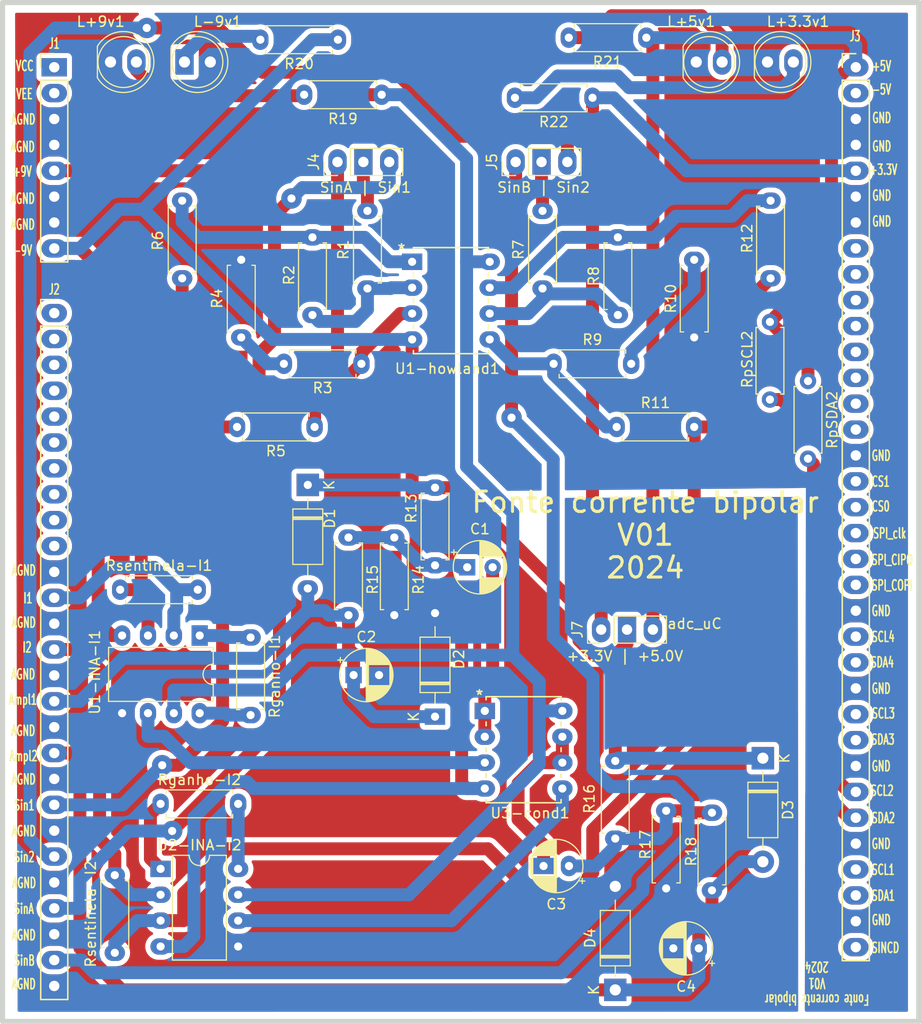
<source format=kicad_pcb>
(kicad_pcb (version 20221018) (generator pcbnew)
  (title_block (title "Fonte de corrente monopolar") (date "2023-04-12") (rev "v02") (company "EITduino") (comment 1 "Autor: Gustavo Pinheiro") (comment 2 "Placa de face dupla 90x100 mm") (comment 3 "Barramento V04") (comment 4 "Howland aperfeicoada"))
  (layers (0 "F.Cu" signal) (31 "B.Cu" signal) (34 "B.Paste" user) (35 "F.Paste" user) (36 "B.SilkS" user "B.Silkscreen") (37 "F.SilkS" user "F.Silkscreen") (38 "B.Mask" user) (39 "F.Mask" user) (44 "Edge.Cuts" user))
  (net 0 "")
  (net 1 "VCC")
  (net 2 "VEE")
  (net 3 "+9V")
  (net 4 "-9V")
  (net 5 "+5V")
  (net 6 "-5V")
  (net 7 "+3.3V")
  (net 22 "CS1")
  (net 23 "CS0")
  (net 24 "SCL4")
  (net 25 "SDA4")
  (net 26 "SINCD")
  (net 27 "Net-(J4-Pin_2)")
  (net 31 "Earth")
  (net 33 "I1")
  (net 34 "I2")
  (net 35 "Ampl1")
  (net 36 "Ampl2")
  (net 37 "Sin1")
  (net 38 "Sin2")
  (net 39 "SinA")
  (net 40 "SinB")
  (net 41 "SPI_COPI")
  (net 42 "SPI_CIPO")
  (net 43 "SPI_clk")
  (net 44 "nó1")
  (net 45 "nó2")
  (net 46 "SCL3")
  (net 47 "SDA3")
  (net 48 "SCL2")
  (net 49 "SDA2")
  (net 50 "SCL1")
  (net 51 "SDA1")
  (net 52 "Net-(U1-howland1--IN2)")
  (net 53 "nó3")
  (net 54 "Net-(U1-howland1-OUT2)")
  (net 55 "Net-(U1-howland1-+IN2)")
  (net 56 "Net-(R3-Pad2)")
  (net 57 "nó4")
  (net 58 "Net-(Rganho-I1-Pad1)")
  (net 59 "Net-(Rganho-I1-Pad2)")
  (net 60 "Vref")
  (net 61 "Net-(J5-Pin_2)")
  (net 62 "out_corrente_2")
  (net 63 "Net-(U1-howland1-+IN1)")
  (net 64 "Net-(U1-howland1--IN1)")
  (net 65 "Net-(U1-howland1-OUT1)")
  (net 66 "out_corrente_1")
  (net 67 "Net-(Rganho-I2-Pad1)")
  (net 68 "Net-(Rganho-I2-Pad2)")
  (net 69 "V_INA_2")
  (net 70 "V_INA_1")
  (net 71 "Net-(R10-Pad1)")
  (net 72 "Net-(L+3.3v1-A)")
  (net 73 "Net-(L+5v1-A)")
  (net 74 "Net-(L+9v1-A)")
  (net 75 "Net-(L-9v1-K)")
  (footprint "Resistor_THT:R_Axial_DIN0207_L6.3mm_D2.5mm_P7.62mm_Horizontal" (layer "F.Cu") (at 135.84 90.86 -90)
    (fp_text reference "R15")
    (fp_text value "220")
  )
  (footprint "Connector_PinHeader_2.54mm:PinHeader_1x03_P2.54mm_Vertical" (layer "F.Cu") (at 160.66 99.9 90)
    (fp_text reference "J7")
    (fp_text value "+3.3V | +5.0V")
  )
  (footprint "Resistor_THT:R_Axial_DIN0207_L6.3mm_D2.5mm_P7.62mm_Horizontal" (layer "F.Cu") (at 125.3 71.22 90)
    (fp_text reference "R4")
    (fp_text value "1k")
  )
  (footprint "Resistor_THT:R_Axial_DIN0207_L6.3mm_D2.5mm_P7.62mm_Horizontal" (layer "F.Cu") (at 137.7 66.42 90)
    (fp_text reference "R1")
    (fp_text value "100k")
  )
  (footprint "Resistor_THT:R_Axial_DIN0207_L6.3mm_D2.5mm_P7.62mm_Horizontal" (layer "F.Cu") (at 132.51 80.01 180)
    (fp_text reference "R5")
    (fp_text value "100k")
  )
  (footprint "Resistor_THT:R_Axial_DIN0207_L6.3mm_D2.5mm_P7.62mm_Horizontal" (layer "F.Cu") (at 112.88 131.62 90)
    (fp_text reference "Rsentinela-I2")
    (fp_text value "10")
  )
  (footprint "Diode_THT:D_DO-41_SOD81_P10.16mm_Horizontal" (layer "F.Cu") (at 162.0451 135.26 90)
    (fp_text reference "D4")
    (fp_text value "1N5819")
  )
  (footprint "Resistor_THT:R_Axial_DIN0207_L6.3mm_D2.5mm_P7.62mm_Horizontal" (layer "F.Cu") (at 180.98 75.5 -90)
    (fp_text reference "RpSDA2")
    (fp_text value "4k7")
  )
  (footprint "Connector_PinHeader_2.54mm:PinHeader_1x03_P2.54mm_Vertical" (layer "F.Cu") (at 152.26 54 90)
    (fp_text reference "J5")
    (fp_text value "SinB | Sin2")
  )
  (footprint "Resistor_THT:R_Axial_DIN0207_L6.3mm_D2.5mm_P7.62mm_Horizontal" (layer "F.Cu") (at 113.41 95.98)
    (fp_text reference "Rsentinela-I1")
    (fp_text value "10")
  )
  (footprint "Resistor_THT:R_Axial_DIN0207_L6.3mm_D2.5mm_P7.62mm_Horizontal" (layer "F.Cu") (at 167.0451 117.68 -90)
    (fp_text reference "R17")
    (fp_text value "100k")
  )
  (footprint "Resistor_THT:R_Axial_DIN0207_L6.3mm_D2.5mm_P7.62mm_Horizontal" (layer "F.Cu") (at 162.18 80.01)
    (fp_text reference "R11")
    (fp_text value "100k")
  )
  (footprint "Resistor_THT:R_Axial_DIN0207_L6.3mm_D2.5mm_P7.62mm_Horizontal" (layer "F.Cu") (at 162.0451 112.79 -90)
    (fp_text reference "R16")
    (fp_text value "100k")
  )
  (footprint "LED_THT:LED_D5.0mm" (layer "F.Cu") (at 119.725 44.19)
    (fp_text reference "L-9v1")
    (fp_text value "LED Red")
  )
  (footprint "Capacitor_THT:CP_Radial_D5.0mm_P2.50mm" (layer "F.Cu") (at 147.5 93.78)
    (fp_text reference "C1")
    (fp_text value "1 uF")
  )
  (footprint "Resistor_THT:R_Axial_DIN0207_L6.3mm_D2.5mm_P7.62mm_Horizontal" (layer "F.Cu") (at 119.5 57.8 -90)
    (fp_text reference "R6")
    (fp_text value "1k")
  )
  (footprint "Connector_PinHeader_2.54mm:PinHeader_1x08_P2.54mm_Vertical" (layer "F.Cu") (at 106.934 44.704)
    (fp_text reference "J1")
    (fp_text value "alimentacao analogica" hide)
  )
  (footprint "Resistor_THT:R_Axial_DIN0207_L6.3mm_D2.5mm_P7.62mm_Horizontal" (layer "F.Cu") (at 117.38 117)
    (fp_text reference "Rganho-I2")
    (fp_text value "3,3k")
  )
  (footprint "AD828:AD828" (layer "F.Cu") (at 142.09 63.8)
    (fp_text reference "U1-howland1")
    (fp_text value "AD828AN")
  )
  (footprint "Resistor_THT:R_Axial_DIN0207_L6.3mm_D2.5mm_P7.62mm_Horizontal" (layer "F.Cu") (at 126.22 100.67 -90)
    (fp_text reference "Rganho-I1")
    (fp_text value "3,3k")
  )
  (footprint "LED_THT:LED_D5.0mm" (layer "F.Cu") (at 112.46 44.19)
    (fp_text reference "L+9v1")
    (fp_text value "LED Blue")
  )
  (footprint "Connector_PinHeader_2.54mm:PinHeader_1x27_P2.54mm_Vertical" (layer "F.Cu") (at 106.934 68.834)
    (fp_text reference "J2")
    (fp_text value "sinais analogicos" hide)
  )
  (footprint "Resistor_THT:R_Axial_DIN0207_L6.3mm_D2.5mm_P7.62mm_Horizontal" (layer "F.Cu") (at 165.1 41.8 180)
    (fp_text reference "R21")
    (fp_text value "390")
  )
  (footprint "Resistor_THT:R_Axial_DIN0207_L6.3mm_D2.5mm_P7.62mm_Horizontal" (layer "F.Cu") (at 132.3 69.02 90)
    (fp_text reference "R2")
    (fp_text value "100k")
  )
  (footprint "Package_DIP:DIP-8_W7.62mm" (layer "F.Cu") (at 117.38 123.38)
    (fp_text reference "U2-INA-I2")
    (fp_text value "INA128")
  )
  (footprint "Resistor_THT:R_Axial_DIN0207_L6.3mm_D2.5mm_P7.62mm_Horizontal" (layer "F.Cu") (at 159.81 47.7 180)
    (fp_text reference "R22")
    (fp_text value "240")
  )
  (footprint "Resistor_THT:R_Axial_DIN0207_L6.3mm_D2.5mm_P7.62mm_Horizontal" (layer "F.Cu") (at 155.99 73.81)
    (fp_text reference "R9")
    (fp_text value "100k")
  )
  (footprint "Connector_PinHeader_2.54mm:PinHeader_1x35_P2.54mm_Vertical" (layer "F.Cu") (at 185.674 44.704)
    (fp_text reference "J3")
    (fp_text value "comunicacao / sinais digitais" hide)
  )
  (footprint "Connector_PinHeader_2.54mm:PinHeader_1x03_P2.54mm_Vertical" (layer "F.Cu") (at 134.76 54 90)
    (fp_text reference "J4")
    (fp_text value "SinA | Sin1")
  )
  (footprint "Resistor_THT:R_Axial_DIN0207_L6.3mm_D2.5mm_P7.62mm_Horizontal" (layer "F.Cu") (at 177.3 57.8 -90)
    (fp_text reference "R12")
    (fp_text value "1k")
  )
  (footprint "Capacitor_THT:CP_Radial_D5.0mm_P2.50mm" (layer "F.Cu") (at 157.5 123.1 180)
    (fp_text reference "C3")
    (fp_text value "1 uF")
  )
  (footprint "Diode_THT:D_DO-41_SOD81_P10.16mm_Horizontal" (layer "F.Cu") (at 176.5451 112.52 -90)
    (fp_text reference "D3")
    (fp_text value "1N5819")
  )
  (footprint "AD828:AD828" (layer "F.Cu") (at 149.2289 107.877)
    (fp_text reference "U3-cond1")
    (fp_text value "AD828AN")
  )
  (footprint "Resistor_THT:R_Axial_DIN0207_L6.3mm_D2.5mm_P7.62mm_Horizontal" (layer "F.Cu") (at 162.3 69.02 90)
    (fp_text reference "R8")
    (fp_text value "100k")
  )
  (footprint "Resistor_THT:R_Axial_DIN0207_L6.3mm_D2.5mm_P7.62mm_Horizontal" (layer "F.Cu") (at 169.8 63.6 -90)
    (fp_text reference "R10")
    (fp_text value "1k")
  )
  (footprint "LED_THT:LED_D5.0mm" (layer "F.Cu") (at 170 44.19)
    (fp_text reference "L+5v1")
    (fp_text value "LED Green")
  )
  (footprint "Diode_THT:D_DO-41_SOD81_P10.16mm_Horizontal" (layer "F.Cu") (at 131.84 85.7 -90)
    (fp_text reference "D1")
    (fp_text value "1N5819")
  )
  (footprint "Capacitor_THT:CP_Radial_D5.0mm_P2.50mm" (layer "F.Cu") (at 170.2502 131.18 180)
    (fp_text reference "C4")
    (fp_text value "470 pF")
  )
  (footprint "Diode_THT:D_DO-41_SOD81_P10.16mm_Horizontal" (layer "F.Cu") (at 144.34 108.44 90)
    (fp_text reference "D2")
    (fp_text value "1N5819")
  )
  (footprint "Package_DIP:DIP-8_W7.62mm" (layer "F.Cu") (at 121.22 100.48 -90)
    (fp_text reference "U1-INA-I1")
    (fp_text value "INA128")
  )
  (footprint "Resistor_THT:R_Axial_DIN0207_L6.3mm_D2.5mm_P7.62mm_Horizontal" (layer "F.Cu") (at 177.24 69.7 -90)
    (fp_text reference "RpSCL2")
    (fp_text value "4k7")
  )
  (footprint "Resistor_THT:R_Axial_DIN0207_L6.3mm_D2.5mm_P7.62mm_Horizontal" (layer "F.Cu") (at 140.34 90.86 -90)
    (fp_text reference "R14")
    (fp_text value "100k")
  )
  (footprint "Resistor_THT:R_Axial_DIN0207_L6.3mm_D2.5mm_P7.62mm_Horizontal" (layer "F.Cu") (at 154.9 66.42 90)
    (fp_text reference "R7")
    (fp_text value "100k")
  )
  (footprint "LED_THT:LED_D5.0mm" (layer "F.Cu") (at 177 44.19)
    (fp_text reference "L+3.3v1")
    (fp_text value "LED Yelow")
  )
  (footprint "Resistor_THT:R_Axial_DIN0207_L6.3mm_D2.5mm_P7.62mm_Horizontal" (layer "F.Cu") (at 139.1 47.4 180)
    (fp_text reference "R19")
    (fp_text value "1.2k")
  )
  (footprint "Resistor_THT:R_Axial_DIN0207_L6.3mm_D2.5mm_P7.62mm_Horizontal" (layer "F.Cu") (at 137.11 73.81 180)
    (fp_text reference "R3")
    (fp_text value "100k")
  )
  (footprint "Resistor_THT:R_Axial_DIN0207_L6.3mm_D2.5mm_P7.62mm_Horizontal" (layer "F.Cu") (at 134.8 42 180)
    (fp_text reference "R20")
    (fp_text value "1.2k")
  )
  (footprint "Resistor_THT:R_Axial_DIN0207_L6.3mm_D2.5mm_P7.62mm_Horizontal" (layer "F.Cu") (at 144.34 85.97 -90)
    (fp_text reference "R13")
    (fp_text value "100k")
  )
  (footprint "Resistor_THT:R_Axial_DIN0207_L6.3mm_D2.5mm_P7.62mm_Horizontal" (layer "F.Cu") (at 171.5451 117.87 -90)
    (fp_text reference "R18")
    (fp_text value "220")
  )
  (footprint "Capacitor_THT:CP_Radial_D5.0mm_P2.50mm" (layer "F.Cu") (at 136.34 104.36)
    (fp_text reference "C2")
    (fp_text value "470 pF")
  )
  (gr_line (start 101.854 38.354) (end 101.854 138.3538) (stroke (width 0.5)) (layer "Edge.Cuts"))
  (gr_line (start 191.85382 138.3538) (end 101.854 138.3538) (stroke (width 0.5)) (layer "Edge.Cuts"))
  (gr_line (start 191.854 38.354) (end 101.854 38.354) (stroke (width 0.5)) (layer "Edge.Cuts"))
  (gr_line (start 191.854 138.354) (end 191.854 38.354) (stroke (width 0.5)) (layer "Edge.Cuts"))
  (gr_text "I1" (at 103.819958 96.816271) (layer "F.SilkS") (effects (font (size 1 0.6) (thickness 0.15) bold) (justify left)))
  (gr_text "GND" (at 187.1507 105.686966) (layer "F.SilkS") (effects (font (size 1 0.6) (thickness 0.15) bold) (justify left)))
  (gr_text "AGND" (at 102.669048 99.792762) (layer "F.SilkS") (effects (font (size 1 0.6) (thickness 0.15) bold) (justify left bottom)))
  (gr_text "VCC" (at 103.076418 45.156158) (layer "F.SilkS") (effects (font (size 1 0.6) (thickness 0.15) bold) (justify left bottom)))
  (gr_text "adc_uC\n" (at 167.07 99.9) (layer "F.SilkS") (effects (font (size 1 1)) (justify left bottom)))
  (gr_text "SPI_COPI\n" (at 189.254 95.554) (layer "F.SilkS") (effects (font (size 1 0.6) (thickness 0.15) bold)))
  (gr_text "GND" (at 187.209818 50.260258) (layer "F.SilkS") (effects (font (size 1 0.6) (thickness 0.15) bold) (justify left bottom)))
  (gr_text "AGND" (at 102.668926 119.676118) (layer "F.SilkS") (effects (font (size 1 0.6) (thickness 0.15) bold) (justify left)))
  (gr_text "GND" (at 187.1618 128.989253) (layer "F.SilkS") (effects (font (size 1 0.6) (thickness 0.15) bold) (justify left bottom)))
  (gr_text "Fonte corrente bipolar\nV01\n2024" (at 165 95) (layer "F.SilkS") (effects (font (size 2 2) (thickness 0.3)) (justify bottom)))
  (gr_text "AGND" (at 102.568418 60.142158) (layer "F.SilkS") (effects (font (size 1 0.6) (thickness 0.15) bold) (justify left)))
  (gr_text "+5V\n" (at 187.209818 45.180258) (layer "F.SilkS") (effects (font (size 1 0.6) (thickness 0.15) bold) (justify left bottom)))
  (gr_text "SDA2" (at 187.1507 118.386966) (layer "F.SilkS") (effects (font (size 1 0.6) (thickness 0.15) bold) (justify left)))
  (gr_text "AGND" (at 102.609457 109.827179) (layer "F.SilkS") (effects (font (size 1 0.6) (thickness 0.15) bold) (justify left)))
  (gr_text "+9V\n" (at 102.78414 54.933378) (layer "F.SilkS") (effects (font (size 1 0.6) (thickness 0.15) bold) (justify left)))
  (gr_text "SinB" (at 102.906955 132.376119) (layer "F.SilkS") (effects (font (size 1 0.6) (thickness 0.15) bold) (justify left)))
  (gr_text "+3.3V" (at 186.955818 55.340258) (layer "F.SilkS") (effects (font (size 1 0.6) (thickness 0.15) bold) (justify left bottom)))
  (gr_text "Fonte corrente bipolar\nV01\n2024" (at 181.854 132.404 180) (layer "F.SilkS") (effects (font (size 1 0.6) (thickness 0.15) bold) (justify bottom)))
  (gr_text "SINCD" (at 187.14697 131.128095) (layer "F.SilkS") (effects (font (size 1 0.6) (thickness 0.15) bold) (justify left)))
  (gr_text "CS0" (at 187.1507 87.804) (layer "F.SilkS") (effects (font (size 1 0.6) (thickness 0.15) bold) (justify left)))
  (gr_text "SCL2" (at 187.0507 115.706966) (layer "F.SilkS") (effects (font (size 1 0.6) (thickness 0.15) bold) (justify left)))
  (gr_text "Ampl1" (at 102.377953 107.34677) (layer "F.SilkS") (effects (font (size 1 0.6) (thickness 0.15) bold) (justify left bottom)))
  (gr_text "GND" (at 187.209818 60.420258) (layer "F.SilkS") (effects (font (size 1 0.6) (thickness 0.15) bold) (justify left bottom)))
  (gr_text "SinA" (at 102.906955 127.296119) (layer "F.SilkS") (effects (font (size 1 0.6) (thickness 0.15) bold) (justify left)))
  (gr_text "AGND" (at 102.568418 57.602158) (layer "F.SilkS") (effects (font (size 1 0.6) (thickness 0.15) bold) (justify left)))
  (gr_text "SCL3" (at 187.177306 108.70251) (layer "F.SilkS") (effects (font (size 1 0.6) (thickness 0.15) bold) (justify left bottom)))
  (gr_text "SDA4\n" (at 187.0507 103.106966) (layer "F.SilkS") (effects (font (size 1 0.6) (thickness 0.15) bold) (justify left)))
  (gr_text "SDA1" (at 187.1507 126.006966) (layer "F.SilkS") (effects (font (size 1 0.6) (thickness 0.15) bold) (justify left)))
  (gr_text "SPI_CIPO\n" (at 189.254 93.054) (layer "F.SilkS") (effects (font (size 1 0.6) (thickness 0.15) bold)))
  (gr_text "GND" (at 187.1507 82.826966) (layer "F.SilkS") (effects (font (size 1 0.6) (thickness 0.15) bold) (justify left)))
  (gr_text "CS1" (at 187.1507 85.366966) (layer "F.SilkS") (effects (font (size 1 0.6) (thickness 0.15) bold) (justify left)))
  (gr_text "I2\n" (at 103.735993 102.22684) (layer "F.SilkS") (effects (font (size 1 0.6) (thickness 0.15) bold) (justify left bottom)))
  (gr_text "-5V" (at 187.209818 47.466258) (layer "F.SilkS") (effects (font (size 1 0.6) (thickness 0.15) bold) (justify left bottom)))
  (gr_text "AGND" (at 102.606029 104.87261) (layer "F.SilkS") (effects (font (size 1 0.6) (thickness 0.15) bold) (justify left bottom)))
  (gr_text "GND" (at 187.1507 113.306966) (layer "F.SilkS") (effects (font (size 1 0.6) (thickness 0.15) bold) (justify left)))
  (gr_text "Sin2\n" (at 102.906955 122.216119) (layer "F.SilkS") (effects (font (size 1 0.6) (thickness 0.15) bold) (justify left)))
  (gr_text "AGND" (at 102.627918 49.820501) (layer "F.SilkS") (effects (font (size 1 0.6) (thickness 0.15) bold) (justify left)))
  (gr_text "GND" (at 187.209818 57.880258) (layer "F.SilkS") (effects (font (size 1 0.6) (thickness 0.15) bold) (justify left bottom)))
  (gr_text "GND" (at 187.1507 98.066966) (layer "F.SilkS") (effects (font (size 1 0.6) (thickness 0.15) bold) (justify left)))
  (gr_text "GND" (at 187.1507 120.926966) (layer "F.SilkS") (effects (font (size 1 0.6) (thickness 0.15) bold) (justify left)))
  (gr_text "SCL4\n" (at 187.1507 100.606966) (layer "F.SilkS") (effects (font (size 1 0.6) (thickness 0.15) bold) (justify left)))
  (gr_text "AGND" (at 102.655941 114.596119) (layer "F.SilkS") (effects (font (size 1 0.6) (thickness 0.15) bold) (justify left)))
  (gr_text "SCL1\n" (at 187.1507 123.466966) (layer "F.SilkS") (effects (font (size 1 0.6) (thickness 0.15) bold) (justify left)))
  (gr_text "Sin1" (at 102.906955 117.136119) (layer "F.SilkS") (effects (font (size 1 0.6) (thickness 0.15) bold) (justify left)))
  (gr_text "AGND" (at 102.662342 129.888851) (layer "F.SilkS") (effects (font (size 1 0.6) (thickness 0.15) bold) (justify left)))
  (gr_text "GND" (at 187.209818 53.054258) (layer "F.SilkS") (effects (font (size 1 0.6) (thickness 0.15) bold) (justify left bottom)))
  (gr_text "SPI_clk\n" (at 189.004 90.446966) (layer "F.SilkS") (effects (font (size 1 0.6) (thickness 0.15) bold)))
  (gr_text "Ampl2" (at 102.444097 112.307588) (layer "F.SilkS") (effects (font (size 1 0.6) (thickness 0.15) bold) (justify left)))
  (gr_text "VEE\n" (at 103.109208 47.332606) (layer "F.SilkS") (effects (font (size 1 0.6) (thickness 0.15) bold) (justify left)))
  (gr_text "AGND" (at 102.662342 135.279608) (layer "F.SilkS") (effects (font (size 1 0.6) (thickness 0.15) bold) (justify left bottom)))
  (gr_text "AGND" (at 102.669048 94.673197) (layer "F.SilkS") (effects (font (size 1 0.6) (thickness 0.15) bold) (justify left bottom)))
  (gr_text "AGND" (at 102.695415 124.762672) (layer "F.SilkS") (effects (font (size 1 0.6) (thickness 0.15) bold) (justify left)))
  (gr_text "AGND" (at 102.568418 52.522158) (layer "F.SilkS") (effects (font (size 1 0.6) (thickness 0.15) bold) (justify left)))
  (gr_text "-9V" (at 102.822418 62.682158) (layer "F.SilkS") (effects (font (size 1 0.6) (thickness 0.15) bold) (justify left)))
  (gr_text "SDA3" (at 187.113509 111.270321) (layer "F.SilkS") (effects (font (size 1 0.6) (thickness 0.15) bold) (justify left bottom)))
  (segment (start 129.566 54.864) (end 106.934 54.864) (width 1.27) (layer "F.Cu") (net 3))
  (segment (start 139.1 47.4) (end 137.03 47.4) (width 1.27) (layer "F.Cu") (net 3))
  (segment (start 137.03 47.4) (end 129.566 54.864) (width 1.27) (layer "F.Cu") (net 3))
  (segment (start 139.1 47.4) (end 141.17 47.4) (width 1.27) (layer "B.Cu") (net 3))
  (segment (start 151.9747 102.4033) (end 151.9747 88.4347) (width 1.27) (layer "B.Cu") (net 3))
  (segment (start 156.8489 107.877) (end 154.5789 107.877) (width 1.27) (layer "B.Cu") (net 3))
  (segment (start 118.68 108.1) (end 118.68 105.83) (width 1.27) (layer "B.Cu") (net 3))
  (segment (start 147.44 83.9) (end 147.44 63.8) (width 1.27) (layer "B.Cu") (net 3))
  (segment (start 149.71 63.8) (end 147.44 63.8) (width 1.27) (layer "B.Cu") (net 3))
  (segment (start 154.5789 105.0075) (end 154.5789 107.877) (width 1.27) (layer "B.Cu") (net 3))
  (segment (start 131.6248 102.4033) (end 151.9747 102.4033) (width 1.27) (layer "B.Cu") (net 3))
  (segment (start 128.1981 105.83) (end 131.6248 102.4033) (width 1.27) (layer "B.Cu") (net 3))
  (segment (start 141.17 47.4) (end 147.44 53.67) (width 1.27) (layer "B.Cu") (net 3))
  (segment (start 147.44 53.67) (end 147.44 63.8) (width 1.27) (layer "B.Cu") (net 3))
  (segment (start 118.68 105.83) (end 128.1981 105.83) (width 1.27) (layer "B.Cu") (net 3))
  (segment (start 125 125.92) (end 141.7791 125.92) (width 1.27) (layer "B.Cu") (net 3))
  (segment (start 141.7791 125.92) (end 154.5789 113.1202) (width 1.27) (layer "B.Cu") (net 3))
  (segment (start 151.9747 88.4347) (end 147.44 83.9) (width 1.27) (layer "B.Cu") (net 3))
  (segment (start 154.5789 113.1202) (end 154.5789 107.877) (width 1.27) (layer "B.Cu") (net 3))
  (segment (start 151.9747 102.4033) (end 154.5789 105.0075) (width 1.27) (layer "B.Cu") (net 3))
  (segment (start 112.565 100.48) (end 113.6 100.48) (width 1.27) (layer "F.Cu") (net 4))
  (segment (start 142.4806 91.982) (end 142.4806 87.9106) (width 1.27) (layer "F.Cu") (net 4))
  (segment (start 149.2289 115.497) (end 147.4559 115.497) (width 1.27) (layer "F.Cu") (net 4))
  (segment (start 146.9589 97.8855) (end 145.3034 96.23) (width 1.27) (layer "F.Cu") (net 4))
  (segment (start 111.2487 99.1637) (end 112.565 100.48) (width 1.27) (layer "F.Cu") (net 4))
  (segment (start 146.9589 115) (end 146.9589 97.8855) (width 1.27) (layer "F.Cu") (net 4))
  (segment (start 143.9751 96.23) (end 142.1939 94.4488) (width 1.27) (layer "F.Cu") (net 4))
  (segment (start 106.934 62.484) (end 109.474 62.484) (width 1.27) (layer "F.Cu") (net 4))
  (segment (start 147.4559 115.497) (end 146.9589 115) (width 1.27) (layer "F.Cu") (net 4))
  (segment (start 111.2487 64.2587) (end 111.2487 99.1637) (width 1.27) (layer "F.Cu") (net 4))
  (segment (start 145.3034 96.23) (end 143.9751 96.23) (width 1.27) (layer "F.Cu") (net 4))
  (segment (start 142.1939 94.4488) (end 142.1939 92.2687) (width 1.27) (layer "F.Cu") (net 4))
  (segment (start 142.09 87.52) (end 142.09 71.42) (width 1.27) (layer "F.Cu") (net 4))
  (segment (start 142.1939 92.2687) (end 142.4806 91.982) (width 1.27) (layer "F.Cu") (net 4))
  (segment (start 109.474 62.484) (end 111.2487 64.2587) (width 1.27) (layer "F.Cu") (net 4))
  (segment (start 142.4806 87.9106) (end 142.09 87.52) (width 1.27) (layer "F.Cu") (net 4))
  (segment (start 124.1806 114.8267) (end 125.8563 114.8267) (width 1.27) (layer "B.Cu") (net 4))
  (segment (start 134.8 42) (end 132.73 42) (width 1.27) (layer "B.Cu") (net 4))
  (segment (start 125.8563 114.8267) (end 126.5266 115.497) (width 1.27) (layer "B.Cu") (net 4))
  (segment (start 132.3217 42) (end 132.73 42) (width 1.27) (layer "B.Cu") (net 4))
  (segment (start 126.5266 115.497) (end 149.2289 115.497) (width 1.27) (layer "B.Cu") (net 4))
  (segment (start 119.65 131) (end 120.6519 129.9981) (width 1.27) (layer "B.Cu") (net 4))
  (segment (start 115.6763 58.6454) (end 132.3217 42) (width 1.27) (layer "B.Cu") (net 4))
  (segment (start 109.454 62.484) (end 113.2926 58.6454) (width 1.27) (layer "B.Cu") (net 4))
  (segment (start 117.38 131) (end 119.65 131) (width 1.27) (layer "B.Cu") (net 4))
  (segment (start 142.09 71.42) (end 128.4509 71.42) (width 1.27) (layer "B.Cu") (net 4))
  (segment (start 120.6519 118.3554) (end 124.1806 114.8267) (width 1.27) (layer "B.Cu") (net 4))
  (segment (start 106.934 62.484) (end 109.454 62.484) (width 1.27) (layer "B.Cu") (net 4))
  (segment (start 120.6519 129.9981) (end 120.6519 118.3554) (width 1.27) (layer "B.Cu") (net 4))
  (segment (start 113.2926 58.6454) (end 115.6763 58.6454) (width 1.27) (layer "B.Cu") (net 4))
  (segment (start 128.4509 71.42) (end 115.6763 58.6454) (width 1.27) (layer "B.Cu") (net 4))
  (segment (start 165.1 41.8) (end 165.74 42.44) (width 1.27) (layer "F.Cu") (net 5))
  (segment (start 184.986075 44.704) (end 185.674 44.704) (width 1.27) (layer "F.Cu") (net 5))
  (segment (start 177.24 69.7) (end 183.289 63.651) (width 1.27) (layer "F.Cu") (net 5))
  (segment (start 180.98 73.44) (end 177.24 69.7) (width 1.27) (layer "F.Cu") (net 5))
  (segment (start 180.98 75.5) (end 180.98 73.44) (width 1.27) (layer "F.Cu") (net 5))
  (segment (start 183.289 63.651) (end 183.289 46.401075) (width 1.27) (layer "F.Cu") (net 5))
  (segment (start 165.74 42.44) (end 165.74 99.9) (width 1.27) (layer "F.Cu") (net 5))
  (segment (start 183.289 46.401075) (end 184.986075 44.704) (width 1.27) (layer "F.Cu") (net 5))
  (segment (start 184.94 41.8) (end 165.1 41.8) (width 1.27) (layer "B.Cu") (net 5))
  (segment (start 185.674 44.704) (end 185.674 42.534) (width 1.27) (layer "B.Cu") (net 5))
  (segment (start 185.674 42.534) (end 184.94 41.8) (width 1.27) (layer "B.Cu") (net 5))
  (segment (start 159.81 96.53) (end 160.66 97.38) (width 1.27) (layer "F.Cu") (net 7))
  (segment (start 160.66 99.9) (end 160.66 97.38) (width 1.27) (layer "F.Cu") (net 7))
  (segment (start 159.81 47.7) (end 159.81 96.53) (width 1.27) (layer "F.Cu") (net 7))
  (segment (start 159.81 47.7) (end 161.88 47.7) (width 1.27) (layer "B.Cu") (net 7))
  (segment (start 185.674 54.864) (end 169.044 54.864) (width 1.27) (layer "B.Cu") (net 7))
  (segment (start 169.044 54.864) (end 161.88 47.7) (width 1.27) (layer "B.Cu") (net 7))
  (segment (start 137.3 54) (end 137.3 56.57) (width 1.27) (layer "F.Cu") (net 27))
  (segment (start 137.3 56.57) (end 137.54 56.57) (width 1.27) (layer "F.Cu") (net 27))
  (segment (start 137.54 56.57) (end 137.7 56.73) (width 1.27) (layer "F.Cu") (net 27))
  (segment (start 137.7 58.8) (end 137.7 56.73) (width 1.27) (layer "F.Cu") (net 27))
  (segment (start 112.4366 93.7914) (end 116.7714 93.7914) (width 1.27) (layer "B.Cu") (net 33))
  (segment (start 118.96 97.93) (end 118.96 95.98) (width 1.27) (layer "B.Cu") (net 33))
  (segment (start 118.68 98.21) (end 118.96 97.93) (width 1.27) (layer "B.Cu") (net 33))
  (segment (start 118.68 100.48) (end 118.68 98.21) (width 1.27) (layer "B.Cu") (net 33))
  (segment (start 121.03 95.98) (end 118.96 95.98) (width 1.27) (layer "B.Cu") (net 33))
  (segment (start 106.934 96.774) (end 109.454 96.774) (width 1.27) (layer "B.Cu") (net 33))
  (segment (start 116.7714 93.7914) (end 118.96 95.98) (width 1.27) (layer "B.Cu") (net 33))
  (segment (start 109.454 96.774) (end 112.4366 93.7914) (width 1.27) (layer "B.Cu") (net 33))
  (segment (start 112.88 121.93) (end 111.3877 120.4377) (width 1.27) (layer "F.Cu") (net 34))
  (segment (start 106.934 101.854) (end 109.454 101.854) (width 1.27) (layer "F.Cu") (net 34))
  (segment (start 111.3877 120.4377) (end 111.3877 103.7877) (width 1.27) (layer "F.Cu") (net 34))
  (segment (start 111.3877 103.7877) (end 109.454 101.854) (width 1.27) (layer "F.Cu") (net 34))
  (segment (start 112.88 124) (end 112.88 121.93) (width 1.27) (layer "F.Cu") (net 34))
  (segment (start 117.38 125.92) (end 114.49 125.92) (width 1.27) (layer "B.Cu") (net 34))
  (segment (start 112.88 124.31) (end 112.88 124) (width 1.27) (layer "B.Cu") (net 34))
  (segment (start 114.49 125.92) (end 112.88 124.31) (width 1.27) (layer "B.Cu") (net 34))
  (segment (start 136.34 102.29) (end 135.84 101.79) (width 1.27) (layer "F.Cu") (net 35))
  (segment (start 136.34 104.36) (end 136.34 102.29) (width 1.27) (layer "F.Cu") (net 35))
  (segment (start 135.84 101.79) (end 135.84 98.48) (width 1.27) (layer "F.Cu") (net 35))
  (segment (start 131.9451 98.0351) (end 131.8835 97.9734) (width 1.27) (layer "B.Cu") (net 35))
  (segment (start 127.1454 102.7115) (end 113.6765 102.7115) (width 1.27) (layer "B.Cu") (net 35))
  (segment (start 133.4873 98.0351) (end 131.9451 98.0351) (width 1.27) (layer "B.Cu") (net 35))
  (segment (start 131.84 95.86) (end 131.84 97.93) (width 1.27) (layer "B.Cu") (net 35))
  (segment (start 131.8835 97.9734) (end 131.84 97.93) (width 1.27) (layer "B.Cu") (net 35))
  (segment (start 144.34 108.44) (end 138.35 108.44) (width 1.27) (layer "B.Cu") (net 35))
  (segment (start 135.84 98.48) (end 133.9322 98.48) (width 1.27) (layer "B.Cu") (net 35))
  (segment (start 138.35 108.44) (end 136.34 106.43) (width 1.27) (layer "B.Cu") (net 35))
  (segment (start 136.34 104.36) (end 136.34 106.43) (width 1.27) (layer "B.Cu") (net 35))
  (segment (start 106.934 106.934) (end 109.454 106.934) (width 1.27) (layer "B.Cu") (net 35))
  (segment (start 113.6765 102.7115) (end 109.454 106.934) (width 1.27) (layer "B.Cu") (net 35))
  (segment (start 133.9322 98.48) (end 133.4873 98.0351) (width 1.27) (layer "B.Cu") (net 35))
  (segment (start 131.8835 97.9734) (end 127.1454 102.7115) (width 1.27) (layer "B.Cu") (net 35))
  (segment (start 108.438 112.014) (end 106.934 112.014) (width 1.27) (layer "F.Cu") (net 36))
  (segment (start 109.454 131.1469) (end 109.454 113.03) (width 1.27) (layer "F.Cu") (net 36))
  (segment (start 170.2502 131.18) (end 170.2502 128.91) (width 1.27) (layer "F.Cu") (net 36))
  (segment (start 170.2502 128.91) (end 171.5451 127.6151) (width 1.27) (layer "F.Cu") (net 36))
  (segment (start 171.5451 127.6151) (end 171.5451 125.49) (width 1.27) (layer "F.Cu") (net 36))
  (segment (start 109.454 113.03) (end 108.438 112.014) (width 1.27) (layer "F.Cu") (net 36))
  (segment (start 162.0451 135.26) (end 113.5671 135.26) (width 1.27) (layer "F.Cu") (net 36))
  (segment (start 113.5671 135.26) (end 109.454 131.1469) (width 1.27) (layer "F.Cu") (net 36))
  (segment (start 176.5451 122.68) (end 174.5 122.68) (width 1.27) (layer "B.Cu") (net 36))
  (segment (start 174.5 122.68) (end 171.69 125.49) (width 1.27) (layer "B.Cu") (net 36))
  (segment (start 169.025 135.26) (end 170.2502 134.0348) (width 1.27) (layer "B.Cu") (net 36))
  (segment (start 171.69 125.49) (end 171.5451 125.49) (width 1.27) (layer "B.Cu") (net 36))
  (segment (start 170.2502 134.0348) (end 170.2502 131.18) (width 1.27) (layer "B.Cu") (net 36))
  (segment (start 162.0451 135.26) (end 169.025 135.26) (width 1.27) (layer "B.Cu") (net 36))
  (segment (start 127.0543 92.7709) (end 127.0543 72.8557) (width 1.27) (layer "F.Cu") (net 37))
  (segment (start 128.5709 71.3391) (end 128.5709 59.2521) (width 1.27) (layer "F.Cu") (net 37))
  (segment (start 123.4694 108.8697) (end 123.4694 96.3558) (width 1.27) (layer "F.Cu") (net 37))
  (segment (start 127.0543 72.8557) (end 128.5709 71.3391) (width 1.27) (layer "F.Cu") (net 37))
  (segment (start 128.5709 59.2521) (end 130.2395 57.5835) (width 1.27) (layer "F.Cu") (net 37))
  (segment (start 123.4694 96.3558) (end 127.0543 92.7709) (width 1.27) (layer "F.Cu") (net 37))
  (segment (start 117.5388 113.2087) (end 119.1304 113.2087) (width 1.27) (layer "F.Cu") (net 37))
  (segment (start 119.1304 113.2087) (end 123.4694 108.8697) (width 1.27) (layer "F.Cu") (net 37))
  (via (at 117.5388 113.2087) (size 2) (drill 0.8) (layers "F.Cu" "B.Cu") (net 37))
  (via (at 130.2395 57.5835) (size 2) (drill 0.8) (layers "F.Cu" "B.Cu") (net 37))
  (segment (start 131.303 56.52) (end 130.2395 57.5835) (width 1.27) (layer "B.Cu") (net 37))
  (segment (start 106.934 117.094) (end 113.6535 117.094) (width 1.27) (layer "B.Cu") (net 37))
  (segment (start 139.84 54) (end 139.84 55.93) (width 1.27) (layer "B.Cu") (net 37))
  (segment (start 113.6535 117.094) (end 117.5388 113.2087) (width 1.27) (layer "B.Cu") (net 37))
  (segment (start 139.84 55.93) (end 139.25 56.52) (width 1.27) (layer "B.Cu") (net 37))
  (segment (start 139.25 56.52) (end 131.303 56.52) (width 1.27) (layer "B.Cu") (net 37))
  (segment (start 146.7721 51.48) (end 140.4861 45.194) (width 1.27) (layer "F.Cu") (net 38))
  (segment (start 140.4861 45.194) (end 127.3996 45.194) (width 1.27) (layer "F.Cu") (net 38))
  (segment (start 157.34 54) (end 157.34 51.48) (width 1.27) (layer "F.Cu") (net 38))
  (segment (start 157.34 51.48) (end 146.7721 51.48) (width 1.27) (layer "F.Cu") (net 38))
  (segment (start 127.3996 45.194) (end 123.0553 40.8497) (width 1.27) (layer "F.Cu") (net 38))
  (segment (start 123.0553 40.8497) (end 116.0198 40.8497) (width 1.27) (layer "F.Cu") (net 38))
  (via (at 116.0198 40.8497) (size 2) (drill 0.8) (layers "F.Cu" "B.Cu") (net 38))
  (segment (start 106.246075 122.174) (end 104.549 120.476925) (width 1.27) (layer "B.Cu") (net 38))
  (segment (start 106.934 122.174) (end 106.246075 122.174) (width 1.27) (layer "B.Cu") (net 38))
  (segment (start 104.549 120.476925) (end 104.549 43.3312) (width 1.27) (layer "B.Cu") (net 38))
  (segment (start 104.549 43.3312) (end 107.0305 40.8497) (width 1.27) (layer "B.Cu") (net 38))
  (segment (start 107.0305 40.8497) (end 116.0198 40.8497) (width 1.27) (layer "B.Cu") (net 38))
  (segment (start 129.0551 78.9278) (end 134.76 73.2229) (width 1.27) (layer "F.Cu") (net 39))
  (segment (start 118.515 119.665) (end 129.0551 109.1249) (width 1.27) (layer "F.Cu") (net 39))
  (segment (start 134.76 73.2229) (end 134.76 54) (width 1.27) (layer "F.Cu") (net 39))
  (segment (start 129.0551 109.1249) (end 129.0551 78.9278) (width 1.27) (layer "F.Cu") (net 39))
  (via (at 118.515 119.665) (size 2) (drill 0.8) (layers "F.Cu" "B.Cu") (net 39))
  (segment (start 109.454 124.4242) (end 114.2132 119.665) (width 1.27) (layer "B.Cu") (net 39))
  (segment (start 114.2132 119.665) (end 118.515 119.665) (width 1.27) (layer "B.Cu") (net 39))
  (segment (start 109.454 127.254) (end 109.454 124.4242) (width 1.27) (layer "B.Cu") (net 39))
  (segment (start 106.934 127.254) (end 109.454 127.254) (width 1.27) (layer "B.Cu") (net 39))
  (segment (start 151.8574 79.0947) (end 151.8574 56.9226) (width 1.27) (layer "F.Cu") (net 40))
  (segment (start 152.26 54) (end 152.26 56.52) (width 1.27) (layer "F.Cu") (net 40))
  (segment (start 151.8574 56.9226) (end 152.26 56.52) (width 1.27) (layer "F.Cu") (net 40))
  (via (at 151.8574 79.0947) (size 2) (drill 0.8) (layers "F.Cu" "B.Cu") (net 40))
  (segment (start 169.1999 116.8627) (end 167.6428 115.3056) (width 1.27) (layer "B.Cu") (net 40))
  (segment (start 164.7572 124.6198) (end 169.1999 120.1771) (width 1.27) (layer "B.Cu") (net 40))
  (segment (start 169.1999 120.1771) (end 169.1999 116.8627) (width 1.27) (layer "B.Cu") (net 40))
  (segment (start 161.5992 115.3056) (end 159.8503 113.5567) (width 1.27) (layer "B.Cu") (net 40))
  (segment (start 110.8653 133.5722) (end 156.7394 133.5722) (width 1.27) (layer "B.Cu") (net 40))
  (segment (start 167.6428 115.3056) (end 161.5992 115.3056) (width 1.27) (layer "B.Cu") (net 40))
  (segment (start 155.9491 83.1864) (end 151.8574 79.0947) (width 1.27) (layer "B.Cu") (net 40))
  (segment (start 159.8503 104.5341) (end 155.9491 100.6329) (width 1.27) (layer "B.Cu") (net 40))
  (segment (start 106.934 132.334) (end 109.6271 132.334) (width 1.27) (layer "B.Cu") (net 40))
  (segment (start 109.6271 132.334) (end 110.8653 133.5722) (width 1.27) (layer "B.Cu") (net 40))
  (segment (start 164.7572 125.5544) (end 164.7572 124.6198) (width 1.27) (layer "B.Cu") (net 40))
  (segment (start 159.8503 113.5567) (end 159.8503 104.5341) (width 1.27) (layer "B.Cu") (net 40))
  (segment (start 156.7394 133.5722) (end 164.7572 125.5544) (width 1.27) (layer "B.Cu") (net 40))
  (segment (start 155.9491 100.6329) (end 155.9491 83.1864) (width 1.27) (layer "B.Cu") (net 40))
  (segment (start 152.5 115) (end 154.543 112.957) (width 1.27) (layer "F.Cu") (net 44))
  (segment (start 155 123.1) (end 155 121.03) (width 1.27) (layer "F.Cu") (net 44))
  (segment (start 155 121.03) (end 152.5 118.53) (width 1.27) (layer "F.Cu") (net 44))
  (segment (start 156.1839 112.487) (end 156.8489 112.487) (width 1.27) (layer "F.Cu") (net 44))
  (segment (start 152.5 118.53) (end 152.5 115) (width 1.27) (layer "F.Cu") (net 44))
  (segment (start 156.8489 112.957) (end 155.7139 112.957) (width 1.27) (layer "F.Cu") (net 44))
  (segment (start 156.8489 110.417) (end 156.8489 112.487) (width 1.27) (layer "F.Cu") (net 44))
  (segment (start 155.7139 112.957) (end 156.1839 112.487) (width 1.27) (layer "F.Cu") (net 44))
  (segment (start 154.543 112.957) (end 155.7139 112.957) (width 1.27) (layer "F.Cu") (net 44))
  (segment (start 167.0451 117.68) (end 169.0851 117.68) (width 1.27) (layer "F.Cu") (net 45))
  (segment (start 171.5451 117.87) (end 169.2751 117.87) (width 1.27) (layer "F.Cu") (net 45))
  (segment (start 169.0851 117.68) (end 169.2751 117.87) (width 1.27) (layer "F.Cu") (net 45))
  (segment (start 162.0451 120.41) (end 166.3851 120.41) (width 1.27) (layer "B.Cu") (net 45))
  (segment (start 166.3851 120.41) (end 167.0451 119.75) (width 1.27) (layer "B.Cu") (net 45))
  (segment (start 160.11 123.1) (end 162.0451 121.1649) (width 1.27) (layer "B.Cu") (net 45))
  (segment (start 167.0451 117.68) (end 167.0451 119.75) (width 1.27) (layer "B.Cu") (net 45))
  (segment (start 157.5 123.1) (end 160.11 123.1) (width 1.27) (layer "B.Cu") (net 45))
  (segment (start 162.0451 121.1649) (end 162.0451 120.41) (width 1.27) (layer "B.Cu") (net 45))
  (segment (start 177.24 77.32) (end 178.37137 77.32) (width 1.27) (layer "F.Cu") (net 48))
  (segment (start 184.986075 115.824) (end 185.674 115.824) (width 1.27) (layer "F.Cu") (net 48))
  (segment (start 178.37137 77.32) (end 183.289 82.23763) (width 1.27) (layer "F.Cu") (net 48))
  (segment (start 183.289 82.23763) (end 183.289 114.126925) (width 1.27) (layer "F.Cu") (net 48))
  (segment (start 183.289 114.126925) (end 184.986075 115.824) (width 1.27) (layer "F.Cu") (net 48))
  (segment (start 180.98 83.12) (end 181.519 83.659) (width 1.27) (layer "F.Cu") (net 49))
  (segment (start 184.986075 118.364) (end 185.674 118.364) (width 1.27) (layer "F.Cu") (net 49))
  (segment (start 181.519 83.659) (end 181.519 114.896925) (width 1.27) (layer "F.Cu") (net 49))
  (segment (start 181.519 114.896925) (end 184.986075 118.364) (width 1.27) (layer "F.Cu") (net 49))
  (segment (start 149.71 68.88) (end 153.475 68.88) (width 1.27) (layer "B.Cu") (net 52))
  (segment (start 160.23 66.95) (end 162.3 69.02) (width 1.27) (layer "B.Cu") (net 52))
  (segment (start 154.9 67.455) (end 155.405 66.95) (width 1.27) (layer "B.Cu") (net 52))
  (segment (start 155.405 66.95) (end 160.23 66.95) (width 1.27) (layer "B.Cu") (net 52))
  (segment (start 154.9 66.42) (end 154.9 67.455) (width 1.27) (layer "B.Cu") (net 52))
  (segment (start 153.475 68.88) (end 154.9 67.455) (width 1.27) (layer "B.Cu") (net 52))
  (segment (start 149.2289 105.807) (end 150 105.0359) (width 1.27) (layer "F.Cu") (net 53))
  (segment (start 150 105.0359) (end 150 93.78) (width 1.27) (layer "F.Cu") (net 53))
  (segment (start 149.2289 107.877) (end 149.2289 105.807) (width 1.27) (layer "F.Cu") (net 53))
  (segment (start 149.2289 110.417) (end 149.2289 107.877) (width 1.27) (layer "F.Cu") (net 53))
  (segment (start 151.98 66.34) (end 156.92 61.4) (width 1.27) (layer "B.Cu") (net 54))
  (segment (start 173.5 59.33) (end 175.03 57.8) (width 1.27) (layer "B.Cu") (net 54))
  (segment (start 156.92 61.4) (end 162.3 61.4) (width 1.27) (layer "B.Cu") (net 54))
  (segment (start 165.93 61.4) (end 168 59.33) (width 1.27) (layer "B.Cu") (net 54))
  (segment (start 162.3 61.4) (end 165.93 61.4) (width 1.27) (layer "B.Cu") (net 54))
  (segment (start 168 59.33) (end 173.5 59.33) (width 1.27) (layer "B.Cu") (net 54))
  (segment (start 149.71 66.34) (end 151.98 66.34) (width 1.27) (layer "B.Cu") (net 54))
  (segment (start 175.03 57.8) (end 177.3 57.8) (width 1.27) (layer "B.Cu") (net 54))
  (segment (start 155.99 73.81) (end 155.99 74.845) (width 1.27) (layer "B.Cu") (net 55))
  (segment (start 149.71 71.42) (end 152.1 73.81) (width 1.27) (layer "B.Cu") (net 55))
  (segment (start 155.99 73.81) (end 154.955 73.81) (width 1.27) (layer "B.Cu") (net 55))
  (segment (start 155.99 74.845) (end 161.155 80.01) (width 1.27) (layer "B.Cu") (net 55))
  (segment (start 152.1 73.81) (end 154.955 73.81) (width 1.27) (layer "B.Cu") (net 55))
  (segment (start 161.155 80.01) (end 162.18 80.01) (width 1.27) (layer "B.Cu") (net 55))
  (segment (start 129.49 73.81) (end 127.89 73.81) (width 1.27) (layer "B.Cu") (net 56))
  (segment (start 127.89 73.81) (end 125.3 71.22) (width 1.27) (layer "B.Cu") (net 56))
  (segment (start 147.5 93.78) (end 146.8 93.78) (width 1.27) (layer "B.Cu") (net 57))
  (segment (start 144.34 93.59) (end 146.61 93.59) (width 1.27) (layer "B.Cu") (net 57))
  (segment (start 143.07 93.59) (end 140.34 90.86) (width 1.27) (layer "B.Cu") (net 57))
  (segment (start 140.34 90.86) (end 135.84 90.86) (width 1.27) (layer "B.Cu") (net 57))
  (segment (start 146.8 93.78) (end 146.61 93.59) (width 1.27) (layer "B.Cu") (net 57))
  (segment (start 144.34 93.59) (end 143.07 93.59) (width 1.27) (layer "B.Cu") (net 57))
  (segment (start 121.22 100.48) (end 123.76 100.48) (width 1.27) (layer "B.Cu") (net 58))
  (segment (start 123.76 100.48) (end 123.95 100.67) (width 1.27) (layer "B.Cu") (net 58))
  (segment (start 126.22 100.67) (end 123.95 100.67) (width 1.27) (layer "B.Cu") (net 58))
  (segment (start 123.76 108.1) (end 123.95 108.29) (width 1.27) (layer "B.Cu") (net 59))
  (segment (start 126.22 108.29) (end 123.95 108.29) (width 1.27) (layer "B.Cu") (net 59))
  (segment (start 121.22 108.1) (end 123.76 108.1) (width 1.27) (layer "B.Cu") (net 59))
  (segment (start 146.93 85.97) (end 149.86 88.9) (width 1.27) (layer "F.Cu") (net 60))
  (segment (start 144.34 85.97) (end 146.93 85.97) (width 1.27) (layer "F.Cu") (net 60))
  (segment (start 162.0451 112.79) (end 162.0451 110.72) (width 1.27) (layer "F.Cu") (net 60))
  (segment (start 149.86 89.22) (end 158.4901 97.8501) (width 1.27) (layer "F.Cu") (net 60))
  (segment (start 158.4901 100.9638) (end 159.9463 102.42) (width 1.27) (layer "F.Cu") (net 60))
  (segment (start 163.2 101.2651) (end 162.0451 102.42) (width 1.27) (layer "F.Cu") (net 60))
  (segment (start 162.0451 110.72) (end 162.0451 102.42) (width 1.27) (layer "F.Cu") (net 60))
  (segment (start 158.4901 97.8501) (end 158.4901 100.9638) (width 1.27) (layer "F.Cu") (net 60))
  (segment (start 163.2 99.9) (end 163.2 101.2651) (width 1.27) (layer "F.Cu") (net 60))
  (segment (start 149.86 88.9) (end 149.86 89.22) (width 1.27) (layer "F.Cu") (net 60))
  (segment (start 159.9463 102.42) (end 162.0451 102.42) (width 1.27) (layer "F.Cu") (net 60))
  (segment (start 162.0451 112.79) (end 162.3151 112.52) (width 1.27) (layer "B.Cu") (net 60))
  (segment (start 141.8 85.7) (end 142.07 85.97) (width 1.27) (layer "B.Cu") (net 60))
  (segment (start 162.3151 112.52) (end 176.5451 112.52) (width 1.27) (layer "B.Cu") (net 60))
  (segment (start 144.34 85.97) (end 142.07 85.97) (width 1.27) (layer "B.Cu") (net 60))
  (segment (start 131.84 85.7) (end 141.8 85.7) (width 1.27) (layer "B.Cu") (net 60))
  (segment (start 154.8 56.63) (end 154.9 56.73) (width 1.27) (layer "F.Cu") (net 61))
  (segment (start 154.9 58.8) (end 154.9 56.73) (width 1.27) (layer "F.Cu") (net 61))
  (segment (start 154.8 54) (end 154.8 56.63) (width 1.27) (layer "F.Cu") (net 61))
  (segment (start 159.8332 123.7535) (end 159.8332 119.5537) (width 1.27) (layer "F.Cu") (net 62))
  (segment (start 149.5362 121.4111) (end 153.3635 125.2384) (width 1.27) (layer "F.Cu") (net 62))
  (segment (start 119.65 128.46) (end 119.65 125.7757) (width 1.27) (layer "F.Cu") (net 62))
  (segment (start 119.65 125.7757) (end 124.0146 121.4111) (width 1.27) (layer "F.Cu") (net 62))
  (segment (start 173.38 69.34) (end 173.38 78.5) (width 1.27) (layer "F.Cu") (net 62))
  (segment (start 169.8 109.5869) (end 169.8 80.01) (width 1.27) (layer "F.Cu") (net 62))
  (segment (start 153.3635 125.2384) (end 158.3483 125.2384) (width 1.27) (layer "F.Cu") (net 62))
  (segment (start 171.87 80.01) (end 169.8 80.01) (width 1.27) (layer "F.Cu") (net 62))
  (segment (start 158.3483 125.2384) (end 159.8332 123.7535) (width 1.27) (layer "F.Cu") (net 62))
  (segment (start 124.0146 121.4111) (end 149.5362 121.4111) (width 1.27) (layer "F.Cu") (net 62))
  (segment (start 159.8332 119.5537) (end 169.8 109.5869) (width 1.27) (layer "F.Cu") (net 62))
  (segment (start 177.3 65.42) (end 173.38 69.34) (width 1.27) (layer "F.Cu") (net 62))
  (segment (start 173.38 78.5) (end 171.87 80.01) (width 1.27) (layer "F.Cu") (net 62))
  (segment (start 117.38 128.46) (end 119.65 128.46) (width 1.27) (layer "F.Cu") (net 62))
  (segment (start 117.38 128.46) (end 115.11 128.46) (width 1.27) (layer "B.Cu") (net 62))
  (segment (start 115.11 128.46) (end 112.88 130.69) (width 1.27) (layer "B.Cu") (net 62))
  (segment (start 112.88 130.69) (end 112.88 131.62) (width 1.27) (layer "B.Cu") (net 62))
  (segment (start 140.94 68.88) (end 137.11 72.71) (width 1.27) (layer "F.Cu") (net 63))
  (segment (start 142.09 68.88) (end 140.94 68.88) (width 1.27) (layer "F.Cu") (net 63))
  (segment (start 137.11 72.71) (end 137.11 73.81) (width 1.27) (layer "F.Cu") (net 63))
  (segment (start 132.51 78.41) (end 132.51 80.01) (width 1.27) (layer "F.Cu") (net 63))
  (segment (start 137.11 73.81) (end 132.51 78.41) (width 1.27) (layer "F.Cu") (net 63))
  (segment (start 137.7 66.42) (end 139.97 66.42) (width 1.27) (layer "B.Cu") (net 64))
  (segment (start 137.7 68.49) (end 136.54 69.65) (width 1.27) (layer "B.Cu") (net 64))
  (segment (start 136.54 69.65) (end 132.93 69.65) (width 1.27) (layer "B.Cu") (net 64))
  (segment (start 142.09 66.34) (end 140.05 66.34) (width 1.27) (layer "B.Cu") (net 64))
  (segment (start 140.05 66.34) (end 139.97 66.42) (width 1.27) (layer "B.Cu") (net 64))
  (segment (start 132.93 69.65) (end 132.3 69.02) (width 1.27) (layer "B.Cu") (net 64))
  (segment (start 137.7 66.42) (end 137.7 68.49) (width 1.27) (layer "B.Cu") (net 64))
  (segment (start 119.5 57.8) (end 119.5 59.87) (width 1.27) (layer "B.Cu") (net 65))
  (segment (start 137.42 61.4) (end 132.3 61.4) (width 1.27) (layer "B.Cu") (net 65))
  (segment (start 132.3 61.4) (end 121.03 61.4) (width 1.27) (layer "B.Cu") (net 65))
  (segment (start 139.82 63.8) (end 137.42 61.4) (width 1.27) (layer "B.Cu") (net 65))
  (segment (start 142.09 63.8) (end 139.82 63.8) (width 1.27) (layer "B.Cu") (net 65))
  (segment (start 121.03 61.4) (end 119.5 59.87) (width 1.27) (layer "B.Cu") (net 65))
  (segment (start 119.5 65.42) (end 119.5 76.69) (width 1.27) (layer "F.Cu") (net 66))
  (segment (start 115.48 87.35) (end 115.48 95.98) (width 1.27) (layer "F.Cu") (net 66))
  (segment (start 122.82 80.01) (end 115.48 87.35) (width 1.27) (layer "F.Cu") (net 66))
  (segment (start 115.48 97.55) (end 115.48 95.98) (width 1.27) (layer "F.Cu") (net 66))
  (segment (start 124.89 80.01) (end 122.82 80.01) (width 1.27) (layer "F.Cu") (net 66))
  (segment (start 113.41 95.98) (end 115.48 95.98) (width 1.27) (layer "F.Cu") (net 66))
  (segment (start 116.14 98.21) (end 115.48 97.55) (width 1.27) (layer "F.Cu") (net 66))
  (segment (start 119.5 76.69) (end 122.82 80.01) (width 1.27) (layer "F.Cu") (net 66))
  (segment (start 116.14 100.48) (end 116.14 98.21) (width 1.27) (layer "F.Cu") (net 66))
  (segment (start 116.3781 118.0019) (end 117.38 117) (width 1.27) (layer "F.Cu") (net 67))
  (segment (start 116.3781 122.3781) (end 116.3781 118.0019) (width 1.27) (layer "F.Cu") (net 67))
  (segment (start 117.38 123.38) (end 116.3781 122.3781) (width 1.27) (layer "F.Cu") (net 67))
  (segment (start 125 123.38) (end 125 117) (width 1.27) (layer "B.Cu") (net 68))
  (segment (start 125 128.46) (end 145.9559 128.46) (width 1.27) (layer "B.Cu") (net 69))
  (segment (start 145.9559 128.46) (end 156.8489 117.567) (width 1.27) (layer "B.Cu") (net 69))
  (segment (start 156.8489 115.497) (end 156.8489 117.567) (width 1.27) (layer "B.Cu") (net 69))
  (segment (start 116.14 108.1) (end 116.14 110.37) (width 1.27) (layer "B.Cu") (net 70))
  (segment (start 117.7222 110.37) (end 116.14 110.37) (width 1.27) (layer "B.Cu") (net 70))
  (segment (start 149.2289 112.957) (end 120.3092 112.957) (width 1.27) (layer "B.Cu") (net 70))
  (segment (start 120.3092 112.957) (end 117.7222 110.37) (width 1.27) (layer "B.Cu") (net 70))
  (segment (start 163.61 72.61) (end 163.61 73.81) (width 1.27) (layer "B.Cu") (net 71))
  (segment (start 169.8 66.42) (end 163.61 72.61) (width 1.27) (layer "B.Cu") (net 71))
  (segment (start 169.8 63.6) (end 169.8 66.42) (width 1.27) (layer "B.Cu") (net 71))
  (segment (start 178.55 46.71) (end 163.4121 46.71) (width 1.27) (layer "B.Cu") (net 72))
  (segment (start 162.2646 45.5625) (end 156.3975 45.5625) (width 1.27) (layer "B.Cu") (net 72))
  (segment (start 163.4121 46.71) (end 162.2646 45.5625) (width 1.27) (layer "B.Cu") (net 72))
  (segment (start 179.54 45.72) (end 178.55 46.71) (width 1.27) (layer "B.Cu") (net 72))
  (segment (start 179.54 44.19) (end 179.54 45.72) (width 1.27) (layer "B.Cu") (net 72))
  (segment (start 154.26 47.7) (end 152.19 47.7) (width 1.27) (layer "B.Cu") (net 72))
  (segment (start 156.3975 45.5625) (end 154.26 47.7) (width 1.27) (layer "B.Cu") (net 72))
  (segment (start 172.54 41.67) (end 170.5213 39.6513) (width 1.27) (layer "F.Cu") (net 73))
  (segment (start 172.54 44.19) (end 172.54 41.67) (width 1.27) (layer "F.Cu") (net 73))
  (segment (start 157.48 41.8) (end 159.55 41.8) (width 1.27) (layer "F.Cu") (net 73))
  (segment (start 161.6987 39.6513) (end 159.55 41.8) (width 1.27) (layer "F.Cu") (net 73))
  (segment (start 170.5213 39.6513) (end 161.6987 39.6513) (width 1.27) (layer "F.Cu") (net 73))
  (segment (start 117.5 47.5) (end 131.38 47.5) (width 1.27) (layer "F.Cu") (net 74))
  (segment (start 115 45) (end 117.5 47.5) (width 1.27) (layer "F.Cu") (net 74))
  (segment (start 115 44.19) (end 115 45) (width 1.27) (layer "F.Cu") (net 74))
  (segment (start 131.38 47.5) (end 131.48 47.4) (width 1.27) (layer "F.Cu") (net 74))
  (segment (start 119.725 44.19) (end 119.725 43.502075) (width 1.27) (layer "B.Cu") (net 75))
  (segment (start 121.557075 41.67) (end 126.85 41.67) (width 1.27) (layer "B.Cu") (net 75))
  (segment (start 119.725 43.502075) (end 121.557075 41.67) (width 1.27) (layer "B.Cu") (net 75))
  (segment (start 126.85 41.67) (end 127.18 42) (width 1.27) (layer "B.Cu") (net 75))
  (zone (net 31) (net_name "Earth") (layers "F&B.Cu") (connect_pads yes (clearance 0.5)) (min_thickness 0.25) (fill yes (thermal_gap 0.5) (thermal_bridge_width 0.5))
    (polygon (pts (xy 103.34 137.402) (xy 180.02 137.39) (xy 179.97 86.88) (xy 149.95 86.99) (xy 150 86.3) (xy 180.77 85.99) (xy 180.67 137.39) (xy 190.8 137.402) (xy 190.8 39.358) (xy 103.086 39.358)))
  )
)
</source>
